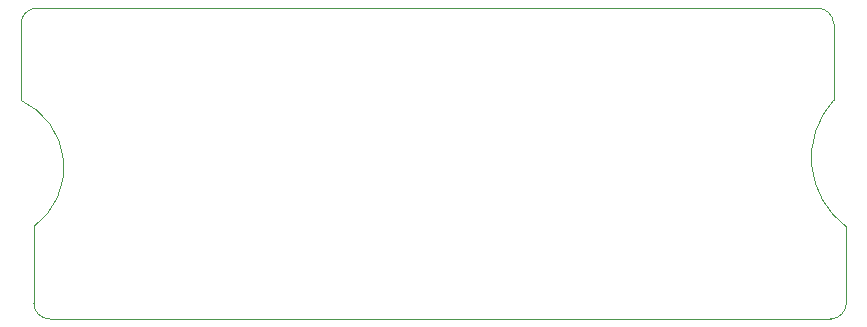
<source format=gbr>
%TF.GenerationSoftware,KiCad,Pcbnew,(6.0.5-0)*%
%TF.CreationDate,2022-12-24T01:00:06+09:00*%
%TF.ProjectId,ScsiRider1.2,53637369-5269-4646-9572-312e322e6b69,rev?*%
%TF.SameCoordinates,Original*%
%TF.FileFunction,Profile,NP*%
%FSLAX46Y46*%
G04 Gerber Fmt 4.6, Leading zero omitted, Abs format (unit mm)*
G04 Created by KiCad (PCBNEW (6.0.5-0)) date 2022-12-24 01:00:06*
%MOMM*%
%LPD*%
G01*
G04 APERTURE LIST*
%TA.AperFunction,Profile*%
%ADD10C,0.050000*%
%TD*%
G04 APERTURE END LIST*
D10*
X177575000Y-115940000D02*
G75*
G03*
X176235000Y-114600000I-1340000J0D01*
G01*
X177317005Y-140912314D02*
G75*
G03*
X178657005Y-139567325I-5J1340014D01*
G01*
X177575017Y-122400015D02*
G75*
G03*
X178657005Y-133112325I5391983J-4866185D01*
G01*
X177575000Y-122400000D02*
X177575000Y-115940000D01*
X109856975Y-139572325D02*
G75*
G03*
X111197005Y-140912325I1340025J25D01*
G01*
X109857006Y-133112326D02*
G75*
G03*
X108775000Y-122400000I-3687526J5038346D01*
G01*
X109857005Y-133112325D02*
X109857005Y-139572325D01*
X120887000Y-114600000D02*
X110115000Y-114600000D01*
X120887000Y-114600000D02*
X165647995Y-114600000D01*
X177317005Y-140912325D02*
X111197005Y-140912325D01*
X178657005Y-133112325D02*
X178657005Y-139567325D01*
X108775000Y-122400000D02*
X108775000Y-115940000D01*
X165647995Y-114600000D02*
X176235000Y-114600000D01*
X110115000Y-114600000D02*
G75*
G03*
X108775000Y-115940000I0J-1340000D01*
G01*
M02*

</source>
